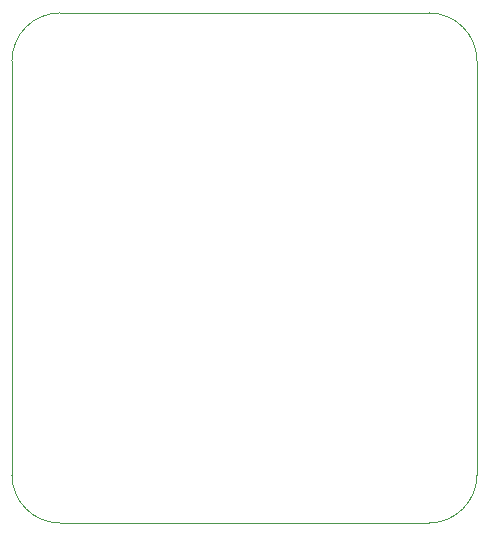
<source format=gbr>
%TF.GenerationSoftware,KiCad,Pcbnew,(6.0.6)*%
%TF.CreationDate,2022-07-09T15:22:20-05:00*%
%TF.ProjectId,Clinic_RJ45_Splitter,436c696e-6963-45f5-924a-34355f53706c,rev?*%
%TF.SameCoordinates,Original*%
%TF.FileFunction,Profile,NP*%
%FSLAX46Y46*%
G04 Gerber Fmt 4.6, Leading zero omitted, Abs format (unit mm)*
G04 Created by KiCad (PCBNEW (6.0.6)) date 2022-07-09 15:22:20*
%MOMM*%
%LPD*%
G01*
G04 APERTURE LIST*
%TA.AperFunction,Profile*%
%ADD10C,0.050000*%
%TD*%
G04 APERTURE END LIST*
D10*
X172720000Y-108966000D02*
X172720000Y-73914000D01*
X172720000Y-73914000D02*
G75*
G03*
X168656000Y-69850000I-4064000J0D01*
G01*
X168656000Y-69850000D02*
X137414000Y-69850000D01*
X133350000Y-108966000D02*
G75*
G03*
X137414000Y-113030000I4064000J0D01*
G01*
X168656000Y-113030000D02*
G75*
G03*
X172720000Y-108966000I0J4064000D01*
G01*
X137414000Y-113030000D02*
X168656000Y-113030000D01*
X133350000Y-73914000D02*
X133350000Y-108966000D01*
X137414000Y-69850000D02*
G75*
G03*
X133350000Y-73914000I0J-4064000D01*
G01*
M02*

</source>
